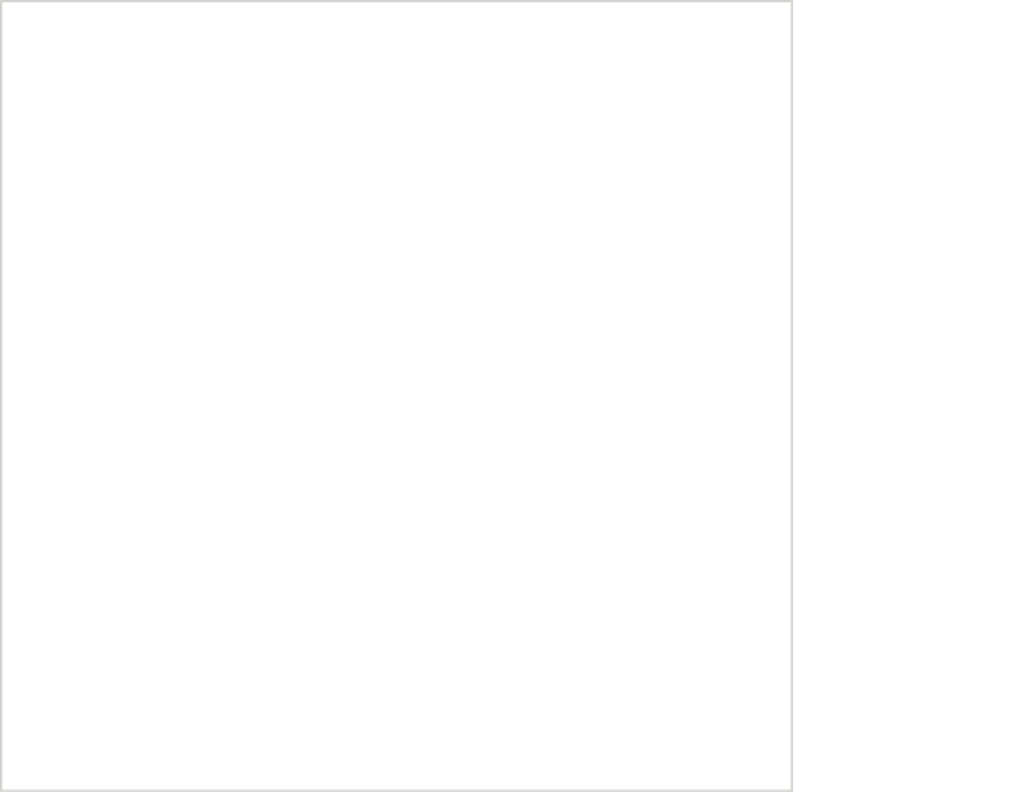
<source format=kicad_pcb>
(kicad_pcb (version 20171130) (host pcbnew 6.0.0-rc1-unknown-5b3202d~66~ubuntu16.04.1)

  (general
    (thickness 1.6)
    (drawings 17)
    (tracks 0)
    (zones 0)
    (modules 2)
    (nets 1)
  )

  (page USLetter)
  (title_block
    (title "Project Title")
  )

  (layers
    (0 F.Cu signal)
    (31 B.Cu signal)
    (34 B.Paste user)
    (35 F.Paste user)
    (36 B.SilkS user)
    (37 F.SilkS user)
    (38 B.Mask user)
    (39 F.Mask user)
    (44 Edge.Cuts user)
    (46 B.CrtYd user)
    (47 F.CrtYd user)
    (48 B.Fab user)
    (49 F.Fab user)
  )

  (setup
    (last_trace_width 0.254)
    (user_trace_width 0.1524)
    (user_trace_width 0.254)
    (user_trace_width 0.3302)
    (user_trace_width 0.508)
    (user_trace_width 0.762)
    (user_trace_width 1.27)
    (trace_clearance 0.254)
    (zone_clearance 0.508)
    (zone_45_only no)
    (trace_min 0.1524)
    (via_size 0.6858)
    (via_drill 0.3302)
    (via_min_size 0.6858)
    (via_min_drill 0.3302)
    (user_via 0.6858 0.3302)
    (user_via 0.762 0.4064)
    (user_via 0.8636 0.508)
    (uvia_size 0.6858)
    (uvia_drill 0.3302)
    (uvias_allowed no)
    (uvia_min_size 0)
    (uvia_min_drill 0)
    (edge_width 0.1524)
    (segment_width 0.1524)
    (pcb_text_width 0.1524)
    (pcb_text_size 1.016 1.016)
    (mod_edge_width 0.1524)
    (mod_text_size 1.016 1.016)
    (mod_text_width 0.1524)
    (pad_size 1.524 1.524)
    (pad_drill 0.762)
    (pad_to_mask_clearance 0.0762)
    (solder_mask_min_width 0.1016)
    (pad_to_paste_clearance -0.0762)
    (aux_axis_origin 0 0)
    (visible_elements FFFEDF7D)
    (pcbplotparams
      (layerselection 0x310fc_80000001)
      (usegerberextensions true)
      (usegerberattributes false)
      (usegerberadvancedattributes false)
      (creategerberjobfile false)
      (excludeedgelayer true)
      (linewidth 0.100000)
      (plotframeref false)
      (viasonmask false)
      (mode 1)
      (useauxorigin false)
      (hpglpennumber 1)
      (hpglpenspeed 20)
      (hpglpendiameter 15.000000)
      (psnegative false)
      (psa4output false)
      (plotreference true)
      (plotvalue true)
      (plotinvisibletext false)
      (padsonsilk false)
      (subtractmaskfromsilk false)
      (outputformat 1)
      (mirror false)
      (drillshape 0)
      (scaleselection 1)
      (outputdirectory "gerbers"))
  )

  (net 0 "")

  (net_class Default "This is the default net class."
    (clearance 0.254)
    (trace_width 0.254)
    (via_dia 0.6858)
    (via_drill 0.3302)
    (uvia_dia 0.6858)
    (uvia_drill 0.3302)
  )

  (module borg:Borg.Edge.01 (layer F.Cu) (tedit 5C0AD914) (tstamp 5C0B2F73)
    (at 140.97 100.965)
    (descr "Imported from Borg_Base.svg")
    (tags svg2mod)
    (attr smd)
    (fp_text reference svg2mod (at 0 -52.32336) (layer F.SilkS) hide
      (effects (font (size 1.524 1.524) (thickness 0.3048)))
    )
    (fp_text value G*** (at 0 52.32336) (layer F.SilkS) hide
      (effects (font (size 1.524 1.524) (thickness 0.3048)))
    )
    (fp_line (start -49.347716 49.27536) (end -49.347716 -49.27536) (layer Edge.Cuts) (width 0.285533))
    (fp_line (start 49.347716 49.27536) (end -49.347716 49.27536) (layer Edge.Cuts) (width 0.285533))
    (fp_line (start 49.347716 -49.27536) (end 49.347716 49.27536) (layer Edge.Cuts) (width 0.285533))
    (fp_line (start -49.347716 -49.27536) (end 49.347716 -49.27536) (layer Edge.Cuts) (width 0.285533))
  )

  (module borg:Borg.Cu.01 (layer F.Cu) (tedit 5C0ADE59) (tstamp 5C0B2FA1)
    (at 213.995 91.44)
    (descr "Imported from Borg_Base.svg")
    (tags svg2mod)
    (attr smd)
    (fp_text reference svg2mod (at 0 -3.048) (layer F.SilkS) hide
      (effects (font (size 1.524 1.524) (thickness 0.3048)))
    )
    (fp_text value G*** (at 0 3.048) (layer F.SilkS) hide
      (effects (font (size 1.524 1.524) (thickness 0.3048)))
    )
  )

  (gr_circle (center 117.348 76.962) (end 118.618 76.962) (layer Dwgs.User) (width 0.15))
  (gr_line (start 114.427 78.994) (end 114.427 74.93) (angle 90) (layer Dwgs.User) (width 0.15))
  (gr_line (start 120.269 78.994) (end 114.427 78.994) (angle 90) (layer Dwgs.User) (width 0.15))
  (gr_line (start 120.269 74.93) (end 120.269 78.994) (angle 90) (layer Dwgs.User) (width 0.15))
  (gr_line (start 114.427 74.93) (end 120.269 74.93) (angle 90) (layer Dwgs.User) (width 0.15))
  (gr_line (start 120.523 93.98) (end 104.648 93.98) (angle 90) (layer Dwgs.User) (width 0.15))
  (gr_line (start 173.355 102.235) (end 173.355 94.615) (angle 90) (layer Dwgs.User) (width 0.15))
  (gr_line (start 178.435 102.235) (end 173.355 102.235) (angle 90) (layer Dwgs.User) (width 0.15))
  (gr_line (start 178.435 94.615) (end 178.435 102.235) (angle 90) (layer Dwgs.User) (width 0.15))
  (gr_line (start 173.355 94.615) (end 178.435 94.615) (angle 90) (layer Dwgs.User) (width 0.15))
  (gr_line (start 109.093 123.19) (end 109.093 114.3) (angle 90) (layer Dwgs.User) (width 0.15))
  (gr_line (start 122.428 123.19) (end 109.093 123.19) (angle 90) (layer Dwgs.User) (width 0.15))
  (gr_line (start 122.428 114.3) (end 122.428 123.19) (angle 90) (layer Dwgs.User) (width 0.15))
  (gr_line (start 109.093 114.3) (end 122.428 114.3) (angle 90) (layer Dwgs.User) (width 0.15))
  (gr_line (start 104.648 93.98) (end 104.648 82.55) (angle 90) (layer Dwgs.User) (width 0.15))
  (gr_line (start 120.523 82.55) (end 120.523 93.98) (angle 90) (layer Dwgs.User) (width 0.15))
  (gr_line (start 104.648 82.55) (end 120.523 82.55) (angle 90) (layer Dwgs.User) (width 0.15))

)

</source>
